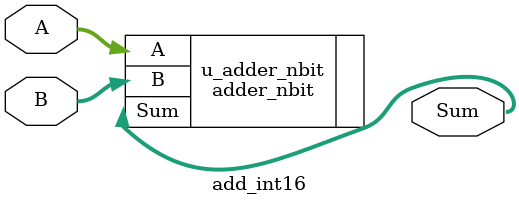
<source format=v>

module add_int16 #(
    parameter WIDTH = 16,
    parameter IMPL_TYPE = 0
)(
    input [WIDTH-1:0] A,
    input [WIDTH-1:0] B,
    output [WIDTH-1:0] Sum
);

    adder_nbit #(
        .WIDTH(WIDTH),
        .IMPL_TYPE(IMPL_TYPE)
    ) u_adder_nbit (
        .A(A),
        .B(B),
        .Sum(Sum)
    );

endmodule

</source>
